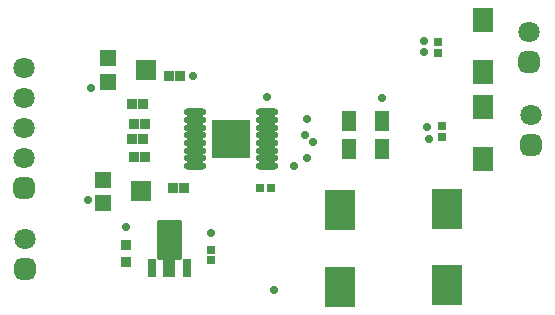
<source format=gbr>
%FSTAX23Y23*%
%MOIN*%
%SFA1B1*%

%IPPOS*%
%AMD35*
4,1,8,-0.035500,0.015700,-0.035500,-0.015700,-0.015700,-0.035500,0.015700,-0.035500,0.035500,-0.015700,0.035500,0.015700,0.015700,0.035500,-0.015700,0.035500,-0.035500,0.015700,0.0*
1,1,0.039496,-0.015700,0.015700*
1,1,0.039496,-0.015700,-0.015700*
1,1,0.039496,0.015700,-0.015700*
1,1,0.039496,0.015700,0.015700*
%
%ADD19R,0.098425X0.137795*%
%ADD20R,0.035909X0.037744*%
%ADD21R,0.026476X0.029106*%
%ADD22R,0.028165X0.026476*%
%ADD26R,0.045500X0.067252*%
%ADD27R,0.070866X0.082677*%
%ADD28R,0.055244X0.055244*%
%ADD29R,0.067055X0.070992*%
%ADD30R,0.029653X0.059181*%
%ADD31R,0.039496X0.066071*%
%ADD32O,0.074929X0.025716*%
%ADD33R,0.126110X0.126110*%
%ADD34R,0.035559X0.033590*%
G04~CAMADD=35~8~0.0~0.0~709.9~709.9~197.5~0.0~15~0.0~0.0~0.0~0.0~0~0.0~0.0~0.0~0.0~0~0.0~0.0~0.0~90.0~710.0~710.0*
%ADD35D35*%
%ADD36C,0.070992*%
%ADD37C,0.027685*%
%LNmtr_dvr_pcb_soldermask_top-1*%
%LPD*%
G36*
X04132Y02684D02*
X04133Y02684D01*
X04133Y02684*
X04134Y02683*
X04134Y02683*
X04135Y02683*
X04135Y02682*
X04135Y02682*
X04136Y02682*
X04136Y02681*
X04136Y02681*
X04136Y0268*
Y02556*
X04136Y02555*
X04136Y02555*
X04136Y02554*
X04135Y02554*
X04135Y02554*
X04135Y02553*
X04134Y02553*
X04134Y02553*
X04133Y02552*
X04133Y02552*
X04132Y02552*
X04132Y02552*
X04059*
X04059Y02552*
X04058Y02552*
X04057Y02552*
X04057Y02553*
X04057Y02553*
X04056Y02553*
X04056Y02554*
X04056Y02554*
X04055Y02554*
X04055Y02555*
X04055Y02555*
X04055Y02556*
Y0268*
X04055Y02681*
X04055Y02681*
X04055Y02682*
X04056Y02682*
X04056Y02682*
X04056Y02683*
X04057Y02683*
X04057Y02683*
X04057Y02684*
X04058Y02684*
X04059Y02684*
X04059Y02684*
X04132*
X04132Y02684*
G37*
G54D19*
X0502Y02467D03*
Y02722D03*
X04665Y02462D03*
Y02717D03*
G54D20*
X0395Y02603D03*
Y02546D03*
G54D21*
X04235Y02586D03*
Y0255D03*
X0499Y03278D03*
Y03241D03*
X05005Y02998D03*
Y02961D03*
G54D22*
X04435Y0279D03*
X04397D03*
G54D26*
X04804Y0292D03*
X04695D03*
X04804Y03015D03*
X04695D03*
G54D27*
X0514Y03351D03*
Y03178D03*
Y03061D03*
Y02888D03*
G54D28*
X03874Y02819D03*
Y0274D03*
X03889Y03224D03*
Y03145D03*
G54D29*
X04002Y0278D03*
X04017Y03185D03*
G54D30*
X04036Y02525D03*
X04155D03*
G54D31*
X04095Y02528D03*
G54D32*
X04179Y03044D03*
Y03018D03*
Y02993D03*
Y02967D03*
Y02942D03*
Y02916D03*
Y02891D03*
Y02865D03*
X0442Y03044D03*
Y03018D03*
Y02993D03*
Y02967D03*
Y02942D03*
Y02916D03*
Y02891D03*
Y02865D03*
G54D33*
X043Y02955D03*
G54D34*
X03976Y02895D03*
X04013D03*
X03971Y02955D03*
X04008D03*
X04095Y03165D03*
X04132D03*
X04106Y0279D03*
X04143D03*
X03971Y0307D03*
X04008D03*
X03976Y03005D03*
X04013D03*
G54D35*
X03615Y0252D03*
X05295Y0321D03*
X0361Y0279D03*
X053Y02935D03*
G54D36*
X03615Y0262D03*
X05295Y0331D03*
X0361Y0319D03*
Y0309D03*
Y0289D03*
Y0299D03*
X053Y03035D03*
G54D37*
X04445Y0245D03*
X03835Y03125D03*
X03825Y0275D03*
X0451Y02865D03*
X04548Y02968D03*
X04555Y0289D03*
X04575Y02945D03*
X0442Y03095D03*
X04235Y0264D03*
X04175Y03165D03*
X04805Y0309D03*
X0395Y0266D03*
X04955Y02995D03*
X0496Y02955D03*
X04945Y03245D03*
Y0328D03*
X04555Y0302D03*
X04256Y02998D03*
X043D03*
X04343D03*
X04256Y02955D03*
X043D03*
X04343D03*
X04256Y02911D03*
X043D03*
X04343D03*
M02*
</source>
